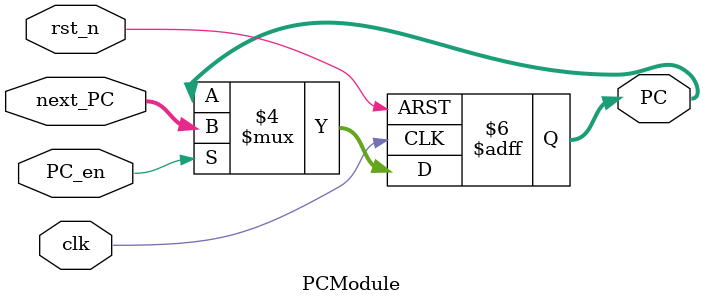
<source format=v>
`timescale 1ns / 1ps
module PCModule(
    input   clk,
    input   rst_n,
    input   PC_en,
    input   [31:0] next_PC,
    output  reg [31:0]  PC

    );

    always@(posedge clk or negedge rst_n)
    begin
        if(~rst_n)
		  begin
            PC <= 0;
          end
        else
        begin
            if(PC_en)
            PC <= next_PC;
            else
            PC <= PC;
        end
    end
endmodule

</source>
